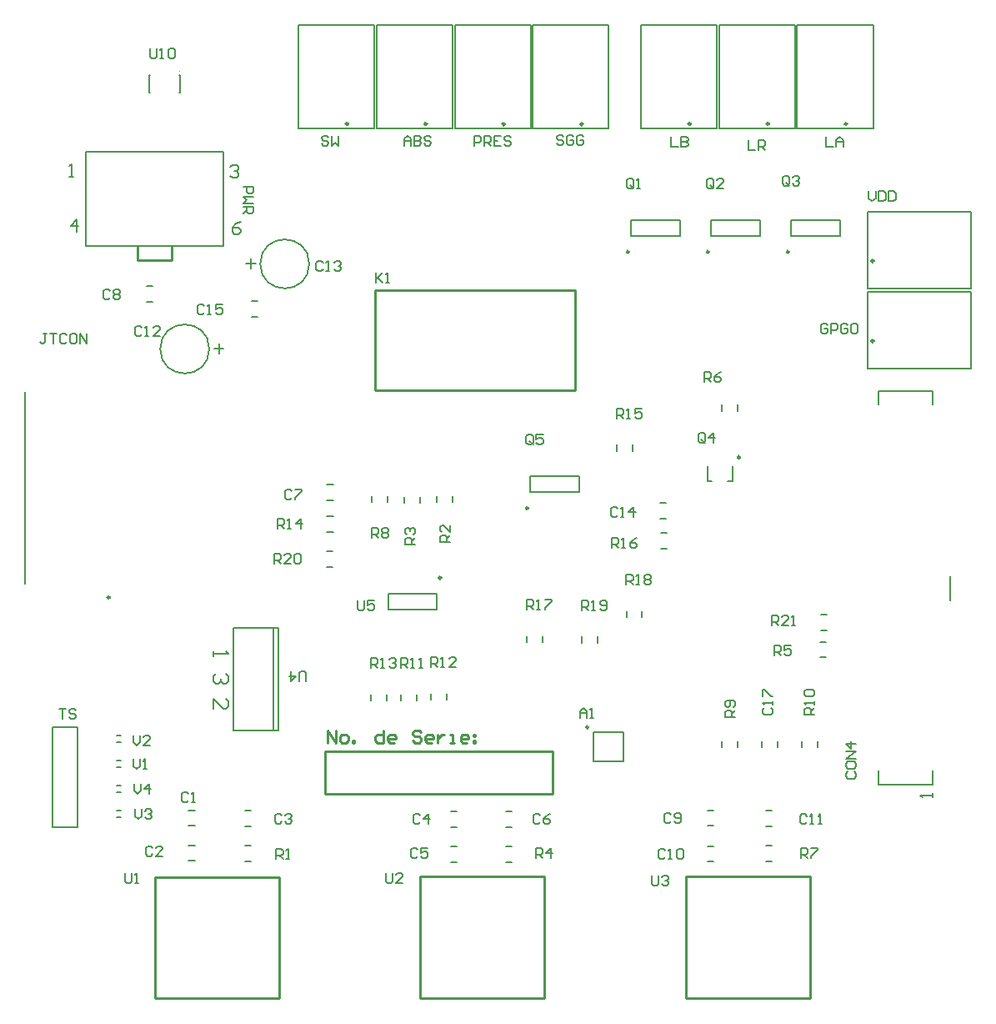
<source format=gto>
%FSLAX23Y23*%
%MOIN*%
G70*
G01*
G75*
G04 Layer_Color=65535*
%ADD10R,0.063X0.071*%
%ADD11R,0.028X0.035*%
%ADD12R,0.047X0.013*%
%ADD13R,0.071X0.063*%
%ADD14R,0.022X0.057*%
%ADD15R,0.022X0.057*%
%ADD16R,0.315X0.138*%
%ADD17R,0.079X0.012*%
%ADD18R,0.130X0.060*%
%ADD19O,0.028X0.098*%
%ADD20R,0.033X0.039*%
%ADD21R,0.033X0.039*%
%ADD22C,0.060*%
%ADD23R,0.118X0.039*%
%ADD24C,0.010*%
%ADD25C,0.012*%
%ADD26C,0.015*%
%ADD27C,0.050*%
%ADD28C,0.020*%
%ADD29C,0.025*%
%ADD30R,0.049X0.049*%
%ADD31C,0.049*%
%ADD32C,0.067*%
%ADD33R,0.067X0.067*%
%ADD34R,0.100X0.100*%
%ADD35C,0.100*%
%ADD36C,0.210*%
%ADD37R,0.059X0.059*%
%ADD38C,0.059*%
%ADD39C,0.047*%
%ADD40C,0.039*%
%ADD41C,0.030*%
%ADD42C,0.029*%
%ADD43C,0.040*%
%ADD44C,0.050*%
%ADD45C,0.008*%
%ADD46C,0.010*%
%ADD47C,0.004*%
%ADD48C,0.007*%
%ADD49C,0.006*%
%ADD50C,0.008*%
D24*
X1588Y3360D02*
G03*
X1588Y3360I-5J0D01*
G01*
X3269Y3360D02*
G03*
X3269Y3360I-5J0D01*
G01*
X2644Y3360D02*
G03*
X2644Y3360I-5J0D01*
G01*
X2957Y3360D02*
G03*
X2957Y3360I-5J0D01*
G01*
X1900Y3359D02*
G03*
X1900Y3359I-5J0D01*
G01*
X2212Y3359D02*
G03*
X2212Y3359I-5J0D01*
G01*
X1274Y3360D02*
G03*
X1274Y3360I-5J0D01*
G01*
X3376Y2812D02*
G03*
X3376Y2812I-5J0D01*
G01*
X3376Y2492D02*
G03*
X3376Y2492I-5J0D01*
G01*
X1382Y2294D02*
X1382Y2694D01*
X2182Y2694D01*
X2182Y2294D02*
X2182Y2694D01*
X1382Y2294D02*
X2182Y2294D01*
X431Y2816D02*
X431Y2871D01*
X569Y2816D02*
X569Y2871D01*
X431Y2816D02*
X569Y2816D01*
X997Y-136D02*
X997Y348D01*
X501Y348D02*
X997Y348D01*
X501Y-136D02*
X501Y348D01*
X501Y-136D02*
X997Y-136D01*
X2058Y-134D02*
X2058Y350D01*
X1562Y350D02*
X2058Y350D01*
X1562Y-134D02*
X1562Y350D01*
X1562Y-134D02*
X2058Y-134D01*
X3120Y-134D02*
X3120Y350D01*
X2624Y350D02*
X3120Y350D01*
X2624Y-134D02*
X2624Y350D01*
X2624Y-134D02*
X3120Y-134D01*
X2090Y681D02*
X2090Y851D01*
X1180Y851D02*
X2090Y851D01*
X1180Y681D02*
X1180Y851D01*
X1180Y681D02*
X2090Y681D01*
X1190Y886D02*
X1190Y936D01*
X1223Y886D01*
X1223Y936D01*
X1248Y886D02*
X1265Y886D01*
X1273Y894D01*
X1273Y911D01*
X1265Y919D01*
X1248Y919D01*
X1240Y911D01*
X1240Y894D01*
X1248Y886D01*
X1290Y886D02*
X1290Y894D01*
X1298Y894D01*
X1298Y886D01*
X1290Y886D01*
X1415Y936D02*
X1415Y886D01*
X1390Y886D01*
X1382Y894D01*
X1382Y911D01*
X1390Y919D01*
X1415Y919D01*
X1457Y886D02*
X1440Y886D01*
X1432Y894D01*
X1432Y911D01*
X1440Y919D01*
X1457Y919D01*
X1465Y911D01*
X1465Y903D01*
X1432Y903D01*
X1565Y928D02*
X1557Y936D01*
X1540Y936D01*
X1532Y928D01*
X1532Y919D01*
X1540Y911D01*
X1557Y911D01*
X1565Y903D01*
X1565Y894D01*
X1557Y886D01*
X1540Y886D01*
X1532Y894D01*
X1607Y886D02*
X1590Y886D01*
X1582Y894D01*
X1582Y911D01*
X1590Y919D01*
X1607Y919D01*
X1615Y911D01*
X1615Y903D01*
X1582Y903D01*
X1632Y919D02*
X1632Y886D01*
X1632Y903D01*
X1640Y911D01*
X1648Y919D01*
X1657Y919D01*
X1682Y886D02*
X1698Y886D01*
X1690Y886D01*
X1690Y919D01*
X1682Y919D01*
X1748Y886D02*
X1731Y886D01*
X1723Y894D01*
X1723Y911D01*
X1731Y919D01*
X1748Y919D01*
X1756Y911D01*
X1756Y903D01*
X1723Y903D01*
X1773Y919D02*
X1781Y919D01*
X1781Y911D01*
X1773Y911D01*
X1773Y919D01*
X1773Y894D02*
X1781Y894D01*
X1781Y886D01*
X1773Y886D01*
X1773Y894D01*
D45*
X718Y2460D02*
G03*
X718Y2460I-98J0D01*
G01*
X1118Y2800D02*
G03*
X1118Y2800I-98J0D01*
G01*
X3163Y1398D02*
X3187Y1398D01*
X3163Y1336D02*
X3187Y1336D01*
X348Y915D02*
X364Y915D01*
X348Y887D02*
X364Y887D01*
X348Y815D02*
X364Y815D01*
X348Y787D02*
X364Y787D01*
X348Y615D02*
X364Y615D01*
X348Y587D02*
X364Y587D01*
X348Y715D02*
X364Y715D01*
X348Y687D02*
X364Y687D01*
X2255Y810D02*
X2373Y810D01*
X2255Y810D02*
X2255Y928D01*
X2373Y928D01*
X2373Y810D02*
X2373Y928D01*
X1485Y1055D02*
X1485Y1079D01*
X1547Y1055D02*
X1547Y1079D01*
X1606Y1057D02*
X1606Y1081D01*
X1668Y1057D02*
X1668Y1081D01*
X1427Y1055D02*
X1427Y1079D01*
X1365Y1055D02*
X1365Y1079D01*
X2051Y1288D02*
X2051Y1312D01*
X1989Y1288D02*
X1989Y1312D01*
X2449Y1389D02*
X2449Y1413D01*
X2387Y1389D02*
X2387Y1413D01*
X2271Y1286D02*
X2271Y1310D01*
X2209Y1286D02*
X2209Y1310D01*
X1560Y1844D02*
X1560Y1868D01*
X1497Y1844D02*
X1497Y1868D01*
X1629Y1848D02*
X1629Y1872D01*
X1691Y1848D02*
X1691Y1872D01*
X974Y935D02*
X974Y1345D01*
X813Y1345D02*
X994Y1345D01*
X813Y935D02*
X813Y1345D01*
X813Y935D02*
X994Y935D01*
X994Y1345D01*
X774Y2873D02*
X774Y3249D01*
X226Y2871D02*
X226Y3249D01*
X226Y3249D02*
X774Y3249D01*
X228Y2871D02*
X774Y2871D01*
X479Y3485D02*
X479Y3555D01*
X601Y3485D02*
X601Y3555D01*
X599Y3485D02*
X601Y3485D01*
X599Y3555D02*
X601Y3555D01*
X479Y3485D02*
X481Y3485D01*
X479Y3555D02*
X481Y3555D01*
X-20Y1520D02*
X-20Y2288D01*
X861Y413D02*
X885Y413D01*
X861Y475D02*
X885Y475D01*
X1904Y409D02*
X1928Y409D01*
X1904Y471D02*
X1928Y471D01*
X3162Y1227D02*
X3186Y1227D01*
X3162Y1289D02*
X3186Y1289D01*
X2945Y412D02*
X2969Y412D01*
X2945Y474D02*
X2969Y474D01*
X1189Y1791D02*
X1213Y1791D01*
X1189Y1729D02*
X1213Y1729D01*
X2349Y2053D02*
X2349Y2077D01*
X2411Y2053D02*
X2411Y2077D01*
X92Y549D02*
X192Y549D01*
X92Y549D02*
X92Y949D01*
X192Y549D02*
X192Y949D01*
X92Y949D02*
X192Y949D01*
X1692Y3341D02*
X1692Y3755D01*
X1388Y3341D02*
X1692Y3341D01*
X1388Y3341D02*
X1388Y3755D01*
X1692Y3755D01*
X3373Y3341D02*
X3373Y3755D01*
X3069Y3341D02*
X3373Y3341D01*
X3069Y3341D02*
X3069Y3755D01*
X3373Y3755D01*
X2748Y3341D02*
X2748Y3755D01*
X2444Y3341D02*
X2748Y3341D01*
X2444Y3341D02*
X2444Y3755D01*
X2748Y3755D01*
X3061Y3341D02*
X3061Y3755D01*
X2757Y3341D02*
X3061Y3341D01*
X2757Y3341D02*
X2757Y3755D01*
X3061Y3755D01*
X2004Y3340D02*
X2004Y3754D01*
X1700Y3340D02*
X2004Y3340D01*
X1700Y3340D02*
X1700Y3754D01*
X2004Y3754D01*
X2316Y3340D02*
X2316Y3754D01*
X2012Y3340D02*
X2316Y3340D01*
X2012Y3340D02*
X2012Y3754D01*
X2316Y3754D01*
X1378Y3341D02*
X1378Y3755D01*
X1074Y3341D02*
X1378Y3341D01*
X1074Y3341D02*
X1074Y3755D01*
X1378Y3755D01*
X3352Y2703D02*
X3766Y2703D01*
X3352Y2703D02*
X3352Y3007D01*
X3766Y3007D01*
X3766Y2703D02*
X3766Y3007D01*
X3352Y2383D02*
X3766Y2383D01*
X3352Y2383D02*
X3352Y2687D01*
X3766Y2687D01*
X3766Y2383D02*
X3766Y2687D01*
X1433Y1418D02*
X1433Y1480D01*
X1629Y1418D02*
X1629Y1480D01*
X1433Y1418D02*
X1629Y1418D01*
X1433Y1480D02*
X1629Y1480D01*
X3151Y868D02*
X3151Y892D01*
X3089Y868D02*
X3089Y892D01*
X2769Y868D02*
X2769Y892D01*
X2831Y868D02*
X2831Y892D01*
X636Y554D02*
X660Y554D01*
X636Y616D02*
X660Y616D01*
X636Y414D02*
X660Y414D01*
X636Y476D02*
X660Y476D01*
X861Y615D02*
X885Y615D01*
X861Y553D02*
X885Y553D01*
X1684Y549D02*
X1708Y549D01*
X1684Y611D02*
X1708Y611D01*
X1684Y409D02*
X1708Y409D01*
X1684Y471D02*
X1708Y471D01*
X1904Y611D02*
X1928Y611D01*
X1904Y549D02*
X1928Y549D01*
X1189Y1919D02*
X1213Y1919D01*
X1189Y1856D02*
X1213Y1856D01*
X468Y2711D02*
X492Y2711D01*
X468Y2649D02*
X492Y2649D01*
X2711Y554D02*
X2735Y554D01*
X2711Y616D02*
X2735Y616D01*
X2711Y410D02*
X2735Y410D01*
X2711Y472D02*
X2735Y472D01*
X2945Y614D02*
X2969Y614D01*
X2945Y552D02*
X2969Y552D01*
X2810Y1933D02*
X2810Y1992D01*
X2710Y1933D02*
X2710Y1992D01*
X2792Y1933D02*
X2810Y1933D01*
X2710Y1933D02*
X2728Y1933D01*
X2769Y2213D02*
X2769Y2237D01*
X2831Y2213D02*
X2831Y2237D01*
X2525Y1662D02*
X2549Y1662D01*
X2525Y1724D02*
X2549Y1724D01*
X2520Y1782D02*
X2544Y1782D01*
X2520Y1844D02*
X2544Y1844D01*
X1431Y1848D02*
X1431Y1872D01*
X1369Y1848D02*
X1369Y1872D01*
X2991Y868D02*
X2991Y892D01*
X2929Y868D02*
X2929Y892D01*
X888Y2651D02*
X912Y2651D01*
X888Y2589D02*
X912Y2589D01*
X1188Y1589D02*
X1212Y1589D01*
X1188Y1651D02*
X1212Y1651D01*
X2405Y2913D02*
X2601Y2913D01*
X2405Y2975D02*
X2601Y2975D01*
X2405Y2913D02*
X2405Y2975D01*
X2601Y2913D02*
X2601Y2975D01*
X2725Y2913D02*
X2921Y2913D01*
X2725Y2975D02*
X2921Y2975D01*
X2725Y2913D02*
X2725Y2975D01*
X2921Y2913D02*
X2921Y2975D01*
X3045Y2913D02*
X3241Y2913D01*
X3045Y2975D02*
X3241Y2975D01*
X3045Y2913D02*
X3045Y2975D01*
X3241Y2913D02*
X3241Y2975D01*
X2002Y1889D02*
X2198Y1889D01*
X2002Y1951D02*
X2198Y1951D01*
X2002Y1889D02*
X2002Y1951D01*
X2198Y1889D02*
X2198Y1951D01*
X3681Y1455D02*
X3681Y1553D01*
X3612Y2239D02*
X3612Y2291D01*
X3396Y2239D02*
X3396Y2291D01*
X3612Y717D02*
X3612Y776D01*
X3396Y717D02*
X3396Y776D01*
X3396Y2291D02*
X3612Y2291D01*
X3396Y717D02*
X3612Y717D01*
D46*
X2235Y948D02*
G03*
X2235Y948I-5J0D01*
G01*
X320Y1466D02*
G03*
X320Y1466I-5J0D01*
G01*
X1646Y1545D02*
G03*
X1646Y1545I-5J0D01*
G01*
X2841Y2027D02*
G03*
X2841Y2027I-5J0D01*
G01*
X2397Y2848D02*
G03*
X2397Y2848I-5J0D01*
G01*
X2717Y2848D02*
G03*
X2717Y2848I-5J0D01*
G01*
X3037Y2848D02*
G03*
X3037Y2848I-5J0D01*
G01*
X1994Y1824D02*
G03*
X1994Y1824I-5J0D01*
G01*
D47*
X602Y3571D02*
G03*
X602Y3571I-2J0D01*
G01*
D48*
X2968Y1356D02*
X2968Y1396D01*
X2988Y1396D01*
X2995Y1389D01*
X2995Y1376D01*
X2988Y1369D01*
X2968Y1369D01*
X2981Y1369D02*
X2995Y1356D01*
X3035Y1356D02*
X3008Y1356D01*
X3035Y1383D01*
X3035Y1389D01*
X3028Y1396D01*
X3015Y1396D01*
X3008Y1389D01*
X3048Y1356D02*
X3061Y1356D01*
X3055Y1356D01*
X3055Y1396D01*
X3048Y1389D01*
X418Y722D02*
X418Y695D01*
X431Y682D01*
X445Y695D01*
X445Y722D01*
X478Y682D02*
X478Y722D01*
X458Y702D01*
X485Y702D01*
X422Y620D02*
X422Y593D01*
X435Y580D01*
X449Y593D01*
X449Y620D01*
X462Y613D02*
X469Y620D01*
X482Y620D01*
X489Y613D01*
X489Y607D01*
X482Y600D01*
X475Y600D01*
X482Y600D01*
X489Y593D01*
X489Y587D01*
X482Y580D01*
X469Y580D01*
X462Y587D01*
X415Y915D02*
X415Y888D01*
X428Y875D01*
X442Y888D01*
X442Y915D01*
X482Y875D02*
X455Y875D01*
X482Y902D01*
X482Y908D01*
X475Y915D01*
X462Y915D01*
X455Y908D01*
X415Y820D02*
X415Y793D01*
X428Y780D01*
X442Y793D01*
X442Y820D01*
X455Y780D02*
X468Y780D01*
X462Y780D01*
X462Y820D01*
X455Y813D01*
X1312Y1456D02*
X1312Y1423D01*
X1319Y1416D01*
X1332Y1416D01*
X1339Y1423D01*
X1339Y1456D01*
X1379Y1456D02*
X1352Y1456D01*
X1352Y1436D01*
X1365Y1443D01*
X1372Y1443D01*
X1379Y1436D01*
X1379Y1423D01*
X1372Y1416D01*
X1359Y1416D01*
X1352Y1423D01*
X2208Y1416D02*
X2208Y1456D01*
X2228Y1456D01*
X2235Y1449D01*
X2235Y1436D01*
X2228Y1429D01*
X2208Y1429D01*
X2221Y1429D02*
X2235Y1416D01*
X2248Y1416D02*
X2261Y1416D01*
X2255Y1416D01*
X2255Y1456D01*
X2248Y1449D01*
X2281Y1423D02*
X2288Y1416D01*
X2301Y1416D01*
X2308Y1423D01*
X2308Y1449D01*
X2301Y1456D01*
X2288Y1456D01*
X2281Y1449D01*
X2281Y1443D01*
X2288Y1436D01*
X2308Y1436D01*
X2386Y1519D02*
X2386Y1559D01*
X2406Y1559D01*
X2413Y1552D01*
X2413Y1539D01*
X2406Y1532D01*
X2386Y1532D01*
X2399Y1532D02*
X2413Y1519D01*
X2426Y1519D02*
X2439Y1519D01*
X2433Y1519D01*
X2433Y1559D01*
X2426Y1552D01*
X2459Y1552D02*
X2466Y1559D01*
X2479Y1559D01*
X2486Y1552D01*
X2486Y1546D01*
X2479Y1539D01*
X2486Y1532D01*
X2486Y1526D01*
X2479Y1519D01*
X2466Y1519D01*
X2459Y1526D01*
X2459Y1532D01*
X2466Y1539D01*
X2459Y1546D01*
X2459Y1552D01*
X2466Y1539D02*
X2479Y1539D01*
X1988Y1418D02*
X1988Y1458D01*
X2008Y1458D01*
X2015Y1451D01*
X2015Y1438D01*
X2008Y1431D01*
X1988Y1431D01*
X2001Y1431D02*
X2015Y1418D01*
X2028Y1418D02*
X2041Y1418D01*
X2035Y1418D01*
X2035Y1458D01*
X2028Y1451D01*
X2061Y1458D02*
X2088Y1458D01*
X2088Y1451D01*
X2061Y1425D01*
X2061Y1418D01*
X1364Y1185D02*
X1364Y1225D01*
X1384Y1225D01*
X1391Y1218D01*
X1391Y1205D01*
X1384Y1198D01*
X1364Y1198D01*
X1377Y1198D02*
X1391Y1185D01*
X1404Y1185D02*
X1417Y1185D01*
X1411Y1185D01*
X1411Y1225D01*
X1404Y1218D01*
X1437Y1218D02*
X1444Y1225D01*
X1457Y1225D01*
X1464Y1218D01*
X1464Y1212D01*
X1457Y1205D01*
X1451Y1205D01*
X1457Y1205D01*
X1464Y1198D01*
X1464Y1192D01*
X1457Y1185D01*
X1444Y1185D01*
X1437Y1192D01*
X1605Y1187D02*
X1605Y1227D01*
X1625Y1227D01*
X1632Y1220D01*
X1632Y1207D01*
X1625Y1200D01*
X1605Y1200D01*
X1618Y1200D02*
X1632Y1187D01*
X1645Y1187D02*
X1658Y1187D01*
X1652Y1187D01*
X1652Y1227D01*
X1645Y1220D01*
X1705Y1187D02*
X1678Y1187D01*
X1705Y1214D01*
X1705Y1220D01*
X1698Y1227D01*
X1685Y1227D01*
X1678Y1220D01*
X1484Y1185D02*
X1484Y1225D01*
X1504Y1225D01*
X1511Y1218D01*
X1511Y1205D01*
X1504Y1198D01*
X1484Y1198D01*
X1497Y1198D02*
X1511Y1185D01*
X1524Y1185D02*
X1537Y1185D01*
X1531Y1185D01*
X1531Y1225D01*
X1524Y1218D01*
X1557Y1185D02*
X1571Y1185D01*
X1564Y1185D01*
X1564Y1225D01*
X1557Y1218D01*
X3139Y999D02*
X3099Y999D01*
X3099Y1019D01*
X3106Y1026D01*
X3119Y1026D01*
X3126Y1019D01*
X3126Y999D01*
X3126Y1012D02*
X3139Y1026D01*
X3139Y1039D02*
X3139Y1052D01*
X3139Y1046D01*
X3099Y1046D01*
X3106Y1039D01*
X3106Y1072D02*
X3099Y1079D01*
X3099Y1092D01*
X3106Y1099D01*
X3132Y1099D01*
X3139Y1092D01*
X3139Y1079D01*
X3132Y1072D01*
X3106Y1072D01*
X2822Y989D02*
X2782Y989D01*
X2782Y1009D01*
X2789Y1016D01*
X2802Y1016D01*
X2809Y1009D01*
X2809Y989D01*
X2809Y1002D02*
X2822Y1016D01*
X2815Y1029D02*
X2822Y1036D01*
X2822Y1049D01*
X2815Y1056D01*
X2789Y1056D01*
X2782Y1049D01*
X2782Y1036D01*
X2789Y1029D01*
X2795Y1029D01*
X2802Y1036D01*
X2802Y1056D01*
X1367Y1706D02*
X1367Y1746D01*
X1387Y1746D01*
X1394Y1739D01*
X1394Y1726D01*
X1387Y1719D01*
X1367Y1719D01*
X1380Y1719D02*
X1394Y1706D01*
X1407Y1739D02*
X1414Y1746D01*
X1427Y1746D01*
X1434Y1739D01*
X1434Y1733D01*
X1427Y1726D01*
X1434Y1719D01*
X1434Y1713D01*
X1427Y1706D01*
X1414Y1706D01*
X1407Y1713D01*
X1407Y1719D01*
X1414Y1726D01*
X1407Y1733D01*
X1407Y1739D01*
X1414Y1726D02*
X1427Y1726D01*
X2697Y2328D02*
X2697Y2368D01*
X2717Y2368D01*
X2724Y2361D01*
X2724Y2348D01*
X2717Y2341D01*
X2697Y2341D01*
X2710Y2341D02*
X2724Y2328D01*
X2764Y2368D02*
X2750Y2361D01*
X2737Y2348D01*
X2737Y2335D01*
X2744Y2328D01*
X2757Y2328D01*
X2764Y2335D01*
X2764Y2341D01*
X2757Y2348D01*
X2737Y2348D01*
X2700Y2091D02*
X2700Y2117D01*
X2693Y2124D01*
X2680Y2124D01*
X2673Y2117D01*
X2673Y2091D01*
X2680Y2084D01*
X2693Y2084D01*
X2686Y2097D02*
X2700Y2084D01*
X2693Y2084D02*
X2700Y2091D01*
X2733Y2084D02*
X2733Y2124D01*
X2713Y2104D01*
X2740Y2104D01*
X3192Y2555D02*
X3185Y2562D01*
X3172Y2562D01*
X3165Y2555D01*
X3165Y2529D01*
X3172Y2522D01*
X3185Y2522D01*
X3192Y2529D01*
X3192Y2542D01*
X3178Y2542D01*
X3205Y2522D02*
X3205Y2562D01*
X3225Y2562D01*
X3232Y2555D01*
X3232Y2542D01*
X3225Y2535D01*
X3205Y2535D01*
X3272Y2555D02*
X3265Y2562D01*
X3252Y2562D01*
X3245Y2555D01*
X3245Y2529D01*
X3252Y2522D01*
X3265Y2522D01*
X3272Y2529D01*
X3272Y2542D01*
X3258Y2542D01*
X3285Y2555D02*
X3292Y2562D01*
X3305Y2562D01*
X3312Y2555D01*
X3312Y2529D01*
X3305Y2522D01*
X3292Y2522D01*
X3285Y2529D01*
X3285Y2555D01*
X3271Y770D02*
X3264Y763D01*
X3264Y750D01*
X3271Y743D01*
X3297Y743D01*
X3304Y750D01*
X3304Y763D01*
X3297Y770D01*
X3264Y803D02*
X3264Y790D01*
X3271Y783D01*
X3297Y783D01*
X3304Y790D01*
X3304Y803D01*
X3297Y810D01*
X3271Y810D01*
X3264Y803D01*
X3304Y823D02*
X3264Y823D01*
X3304Y850D01*
X3264Y850D01*
X3304Y883D02*
X3264Y883D01*
X3284Y863D01*
X3284Y890D01*
X2939Y1025D02*
X2932Y1018D01*
X2932Y1005D01*
X2939Y998D01*
X2965Y998D01*
X2972Y1005D01*
X2972Y1018D01*
X2965Y1025D01*
X2972Y1038D02*
X2972Y1051D01*
X2972Y1045D01*
X2932Y1045D01*
X2939Y1038D01*
X2932Y1071D02*
X2932Y1098D01*
X2939Y1098D01*
X2965Y1071D01*
X2972Y1071D01*
X2201Y985D02*
X2201Y1012D01*
X2214Y1025D01*
X2228Y1012D01*
X2228Y985D01*
X2228Y1005D01*
X2201Y1005D01*
X2241Y985D02*
X2254Y985D01*
X2248Y985D01*
X2248Y1025D01*
X2241Y1018D01*
X699Y2631D02*
X692Y2638D01*
X679Y2638D01*
X672Y2631D01*
X672Y2605D01*
X679Y2598D01*
X692Y2598D01*
X699Y2605D01*
X712Y2598D02*
X725Y2598D01*
X719Y2598D01*
X719Y2638D01*
X712Y2631D01*
X772Y2638D02*
X745Y2638D01*
X745Y2618D01*
X759Y2625D01*
X765Y2625D01*
X772Y2618D01*
X772Y2605D01*
X765Y2598D01*
X752Y2598D01*
X745Y2605D01*
X68Y2521D02*
X54Y2521D01*
X61Y2521D01*
X61Y2488D01*
X54Y2481D01*
X48Y2481D01*
X41Y2488D01*
X81Y2521D02*
X108Y2521D01*
X94Y2521D01*
X94Y2481D01*
X148Y2514D02*
X141Y2521D01*
X128Y2521D01*
X121Y2514D01*
X121Y2488D01*
X128Y2481D01*
X141Y2481D01*
X148Y2488D01*
X181Y2521D02*
X168Y2521D01*
X161Y2514D01*
X161Y2488D01*
X168Y2481D01*
X181Y2481D01*
X188Y2488D01*
X188Y2514D01*
X181Y2521D01*
X201Y2481D02*
X201Y2521D01*
X228Y2481D01*
X228Y2521D01*
X2489Y354D02*
X2489Y321D01*
X2496Y314D01*
X2509Y314D01*
X2516Y321D01*
X2516Y354D01*
X2529Y347D02*
X2536Y354D01*
X2549Y354D01*
X2556Y347D01*
X2556Y341D01*
X2549Y334D01*
X2542Y334D01*
X2549Y334D01*
X2556Y327D01*
X2556Y321D01*
X2549Y314D01*
X2536Y314D01*
X2529Y321D01*
X1425Y364D02*
X1425Y331D01*
X1432Y324D01*
X1445Y324D01*
X1452Y331D01*
X1452Y364D01*
X1492Y324D02*
X1465Y324D01*
X1492Y351D01*
X1492Y357D01*
X1485Y364D01*
X1472Y364D01*
X1465Y357D01*
X381Y364D02*
X381Y331D01*
X388Y324D01*
X401Y324D01*
X408Y331D01*
X408Y364D01*
X421Y324D02*
X434Y324D01*
X428Y324D01*
X428Y364D01*
X421Y357D01*
X856Y3107D02*
X896Y3107D01*
X896Y3087D01*
X889Y3080D01*
X876Y3080D01*
X869Y3087D01*
X869Y3107D01*
X896Y3067D02*
X856Y3067D01*
X869Y3054D01*
X856Y3040D01*
X896Y3040D01*
X856Y3027D02*
X896Y3027D01*
X896Y3007D01*
X889Y3000D01*
X876Y3000D01*
X869Y3007D01*
X869Y3027D01*
X869Y3014D02*
X856Y3000D01*
X636Y682D02*
X629Y689D01*
X616Y689D01*
X609Y682D01*
X609Y656D01*
X616Y649D01*
X629Y649D01*
X636Y656D01*
X649Y649D02*
X662Y649D01*
X656Y649D01*
X656Y689D01*
X649Y682D01*
X491Y466D02*
X484Y473D01*
X471Y473D01*
X464Y466D01*
X464Y440D01*
X471Y433D01*
X484Y433D01*
X491Y440D01*
X531Y433D02*
X504Y433D01*
X531Y460D01*
X531Y466D01*
X524Y473D01*
X511Y473D01*
X504Y466D01*
X1007Y596D02*
X1000Y603D01*
X987Y603D01*
X980Y596D01*
X980Y570D01*
X987Y563D01*
X1000Y563D01*
X1007Y570D01*
X1020Y596D02*
X1027Y603D01*
X1040Y603D01*
X1047Y596D01*
X1047Y590D01*
X1040Y583D01*
X1033Y583D01*
X1040Y583D01*
X1047Y576D01*
X1047Y570D01*
X1040Y563D01*
X1027Y563D01*
X1020Y570D01*
X1560Y595D02*
X1553Y602D01*
X1540Y602D01*
X1533Y595D01*
X1533Y569D01*
X1540Y562D01*
X1553Y562D01*
X1560Y569D01*
X1593Y562D02*
X1593Y602D01*
X1573Y582D01*
X1600Y582D01*
X1551Y457D02*
X1544Y464D01*
X1531Y464D01*
X1524Y457D01*
X1524Y431D01*
X1531Y424D01*
X1544Y424D01*
X1551Y431D01*
X1591Y464D02*
X1564Y464D01*
X1564Y444D01*
X1577Y451D01*
X1584Y451D01*
X1591Y444D01*
X1591Y431D01*
X1584Y424D01*
X1571Y424D01*
X1564Y431D01*
X2041Y595D02*
X2034Y602D01*
X2021Y602D01*
X2014Y595D01*
X2014Y569D01*
X2021Y562D01*
X2034Y562D01*
X2041Y569D01*
X2081Y602D02*
X2067Y595D01*
X2054Y582D01*
X2054Y569D01*
X2061Y562D01*
X2074Y562D01*
X2081Y569D01*
X2081Y575D01*
X2074Y582D01*
X2054Y582D01*
X1049Y1891D02*
X1042Y1898D01*
X1029Y1898D01*
X1022Y1891D01*
X1022Y1865D01*
X1029Y1858D01*
X1042Y1858D01*
X1049Y1865D01*
X1062Y1898D02*
X1089Y1898D01*
X1089Y1891D01*
X1062Y1865D01*
X1062Y1858D01*
X321Y2690D02*
X314Y2697D01*
X301Y2697D01*
X294Y2690D01*
X294Y2664D01*
X301Y2657D01*
X314Y2657D01*
X321Y2664D01*
X334Y2690D02*
X341Y2697D01*
X354Y2697D01*
X361Y2690D01*
X361Y2684D01*
X354Y2677D01*
X361Y2670D01*
X361Y2664D01*
X354Y2657D01*
X341Y2657D01*
X334Y2664D01*
X334Y2670D01*
X341Y2677D01*
X334Y2684D01*
X334Y2690D01*
X341Y2677D02*
X354Y2677D01*
X2565Y599D02*
X2558Y606D01*
X2545Y606D01*
X2538Y599D01*
X2538Y573D01*
X2545Y566D01*
X2558Y566D01*
X2565Y573D01*
X2578Y573D02*
X2585Y566D01*
X2598Y566D01*
X2605Y573D01*
X2605Y599D01*
X2598Y606D01*
X2585Y606D01*
X2578Y599D01*
X2578Y593D01*
X2585Y586D01*
X2605Y586D01*
X2541Y454D02*
X2534Y461D01*
X2521Y461D01*
X2514Y454D01*
X2514Y428D01*
X2521Y421D01*
X2534Y421D01*
X2541Y428D01*
X2554Y421D02*
X2567Y421D01*
X2561Y421D01*
X2561Y461D01*
X2554Y454D01*
X2587Y454D02*
X2594Y461D01*
X2607Y461D01*
X2614Y454D01*
X2614Y428D01*
X2607Y421D01*
X2594Y421D01*
X2587Y428D01*
X2587Y454D01*
X3107Y593D02*
X3100Y600D01*
X3087Y600D01*
X3080Y593D01*
X3080Y567D01*
X3087Y560D01*
X3100Y560D01*
X3107Y567D01*
X3120Y560D02*
X3133Y560D01*
X3127Y560D01*
X3127Y600D01*
X3120Y593D01*
X3153Y560D02*
X3167Y560D01*
X3160Y560D01*
X3160Y600D01*
X3153Y593D01*
X3356Y3090D02*
X3356Y3063D01*
X3369Y3050D01*
X3383Y3063D01*
X3383Y3090D01*
X3396Y3090D02*
X3396Y3050D01*
X3416Y3050D01*
X3423Y3057D01*
X3423Y3083D01*
X3416Y3090D01*
X3396Y3090D01*
X3436Y3090D02*
X3436Y3050D01*
X3456Y3050D01*
X3463Y3057D01*
X3463Y3083D01*
X3456Y3090D01*
X3436Y3090D01*
X2566Y3307D02*
X2566Y3267D01*
X2593Y3267D01*
X2606Y3307D02*
X2606Y3267D01*
X2626Y3267D01*
X2633Y3274D01*
X2633Y3280D01*
X2626Y3287D01*
X2606Y3287D01*
X2626Y3287D01*
X2633Y3294D01*
X2633Y3300D01*
X2626Y3307D01*
X2606Y3307D01*
X2874Y3296D02*
X2874Y3256D01*
X2901Y3256D01*
X2914Y3256D02*
X2914Y3296D01*
X2934Y3296D01*
X2941Y3289D01*
X2941Y3276D01*
X2934Y3269D01*
X2914Y3269D01*
X2927Y3269D02*
X2941Y3256D01*
X3186Y3307D02*
X3186Y3267D01*
X3213Y3267D01*
X3226Y3267D02*
X3226Y3294D01*
X3239Y3307D01*
X3253Y3294D01*
X3253Y3267D01*
X3253Y3287D01*
X3226Y3287D01*
X2416Y3109D02*
X2416Y3135D01*
X2409Y3142D01*
X2396Y3142D01*
X2389Y3135D01*
X2389Y3109D01*
X2396Y3102D01*
X2409Y3102D01*
X2402Y3115D02*
X2416Y3102D01*
X2409Y3102D02*
X2416Y3109D01*
X2429Y3102D02*
X2442Y3102D01*
X2436Y3102D01*
X2436Y3142D01*
X2429Y3135D01*
X2736Y3109D02*
X2736Y3135D01*
X2729Y3142D01*
X2716Y3142D01*
X2709Y3135D01*
X2709Y3109D01*
X2716Y3102D01*
X2729Y3102D01*
X2722Y3115D02*
X2736Y3102D01*
X2729Y3102D02*
X2736Y3109D01*
X2776Y3102D02*
X2749Y3102D01*
X2776Y3129D01*
X2776Y3135D01*
X2769Y3142D01*
X2756Y3142D01*
X2749Y3135D01*
X3039Y3120D02*
X3039Y3146D01*
X3032Y3153D01*
X3019Y3153D01*
X3012Y3146D01*
X3012Y3120D01*
X3019Y3113D01*
X3032Y3113D01*
X3025Y3126D02*
X3039Y3113D01*
X3032Y3113D02*
X3039Y3120D01*
X3052Y3146D02*
X3059Y3153D01*
X3072Y3153D01*
X3079Y3146D01*
X3079Y3140D01*
X3072Y3133D01*
X3065Y3133D01*
X3072Y3133D01*
X3079Y3126D01*
X3079Y3120D01*
X3072Y3113D01*
X3059Y3113D01*
X3052Y3120D01*
X986Y422D02*
X986Y462D01*
X1006Y462D01*
X1013Y455D01*
X1013Y442D01*
X1006Y435D01*
X986Y435D01*
X999Y435D02*
X1013Y422D01*
X1026Y422D02*
X1039Y422D01*
X1033Y422D01*
X1033Y462D01*
X1026Y455D01*
X1680Y1688D02*
X1640Y1688D01*
X1640Y1708D01*
X1647Y1715D01*
X1660Y1715D01*
X1667Y1708D01*
X1667Y1688D01*
X1667Y1701D02*
X1680Y1715D01*
X1680Y1755D02*
X1680Y1728D01*
X1653Y1755D01*
X1647Y1755D01*
X1640Y1748D01*
X1640Y1735D01*
X1647Y1728D01*
X2025Y425D02*
X2025Y465D01*
X2045Y465D01*
X2052Y458D01*
X2052Y445D01*
X2045Y438D01*
X2025Y438D01*
X2038Y438D02*
X2052Y425D01*
X2085Y425D02*
X2085Y465D01*
X2065Y445D01*
X2092Y445D01*
X2978Y1235D02*
X2978Y1275D01*
X2998Y1275D01*
X3005Y1268D01*
X3005Y1255D01*
X2998Y1248D01*
X2978Y1248D01*
X2991Y1248D02*
X3005Y1235D01*
X3045Y1275D02*
X3018Y1275D01*
X3018Y1255D01*
X3031Y1262D01*
X3038Y1262D01*
X3045Y1255D01*
X3045Y1242D01*
X3038Y1235D01*
X3025Y1235D01*
X3018Y1242D01*
X3083Y426D02*
X3083Y466D01*
X3103Y466D01*
X3110Y459D01*
X3110Y446D01*
X3103Y439D01*
X3083Y439D01*
X3096Y439D02*
X3110Y426D01*
X3123Y466D02*
X3150Y466D01*
X3150Y459D01*
X3123Y433D01*
X3123Y426D01*
X1194Y3306D02*
X1187Y3313D01*
X1174Y3313D01*
X1167Y3306D01*
X1167Y3300D01*
X1174Y3293D01*
X1187Y3293D01*
X1194Y3286D01*
X1194Y3280D01*
X1187Y3273D01*
X1174Y3273D01*
X1167Y3280D01*
X1207Y3313D02*
X1207Y3273D01*
X1220Y3286D01*
X1234Y3273D01*
X1234Y3313D01*
X117Y1021D02*
X144Y1021D01*
X130Y1021D01*
X130Y981D01*
X184Y1014D02*
X177Y1021D01*
X164Y1021D01*
X157Y1014D01*
X157Y1008D01*
X164Y1001D01*
X177Y1001D01*
X184Y994D01*
X184Y988D01*
X177Y981D01*
X164Y981D01*
X157Y988D01*
X1498Y3273D02*
X1498Y3300D01*
X1511Y3313D01*
X1525Y3300D01*
X1525Y3273D01*
X1525Y3293D01*
X1498Y3293D01*
X1538Y3313D02*
X1538Y3273D01*
X1558Y3273D01*
X1565Y3280D01*
X1565Y3286D01*
X1558Y3293D01*
X1538Y3293D01*
X1558Y3293D01*
X1565Y3300D01*
X1565Y3306D01*
X1558Y3313D01*
X1538Y3313D01*
X1605Y3306D02*
X1598Y3313D01*
X1585Y3313D01*
X1578Y3306D01*
X1578Y3300D01*
X1585Y3293D01*
X1598Y3293D01*
X1605Y3286D01*
X1605Y3280D01*
X1598Y3273D01*
X1585Y3273D01*
X1578Y3280D01*
X1173Y2804D02*
X1166Y2811D01*
X1153Y2811D01*
X1146Y2804D01*
X1146Y2778D01*
X1153Y2771D01*
X1166Y2771D01*
X1173Y2778D01*
X1186Y2771D02*
X1199Y2771D01*
X1193Y2771D01*
X1193Y2811D01*
X1186Y2804D01*
X1219Y2804D02*
X1226Y2811D01*
X1239Y2811D01*
X1246Y2804D01*
X1246Y2798D01*
X1239Y2791D01*
X1233Y2791D01*
X1239Y2791D01*
X1246Y2784D01*
X1246Y2778D01*
X1239Y2771D01*
X1226Y2771D01*
X1219Y2778D01*
X448Y2545D02*
X441Y2552D01*
X428Y2552D01*
X421Y2545D01*
X421Y2519D01*
X428Y2512D01*
X441Y2512D01*
X448Y2519D01*
X461Y2512D02*
X474Y2512D01*
X468Y2512D01*
X468Y2552D01*
X461Y2545D01*
X521Y2512D02*
X494Y2512D01*
X521Y2539D01*
X521Y2545D01*
X514Y2552D01*
X501Y2552D01*
X494Y2545D01*
X1384Y2766D02*
X1384Y2726D01*
X1384Y2739D01*
X1411Y2766D01*
X1391Y2746D01*
X1411Y2726D01*
X1424Y2726D02*
X1437Y2726D01*
X1431Y2726D01*
X1431Y2766D01*
X1424Y2759D01*
X1777Y3271D02*
X1777Y3311D01*
X1797Y3311D01*
X1804Y3304D01*
X1804Y3291D01*
X1797Y3284D01*
X1777Y3284D01*
X1817Y3271D02*
X1817Y3311D01*
X1837Y3311D01*
X1844Y3304D01*
X1844Y3291D01*
X1837Y3284D01*
X1817Y3284D01*
X1830Y3284D02*
X1844Y3271D01*
X1884Y3311D02*
X1857Y3311D01*
X1857Y3271D01*
X1884Y3271D01*
X1857Y3291D02*
X1870Y3291D01*
X1924Y3304D02*
X1917Y3311D01*
X1904Y3311D01*
X1897Y3304D01*
X1897Y3298D01*
X1904Y3291D01*
X1917Y3291D01*
X1924Y3284D01*
X1924Y3278D01*
X1917Y3271D01*
X1904Y3271D01*
X1897Y3278D01*
X2348Y2182D02*
X2348Y2222D01*
X2368Y2222D01*
X2375Y2215D01*
X2375Y2202D01*
X2368Y2195D01*
X2348Y2195D01*
X2361Y2195D02*
X2375Y2182D01*
X2388Y2182D02*
X2401Y2182D01*
X2395Y2182D01*
X2395Y2222D01*
X2388Y2215D01*
X2448Y2222D02*
X2421Y2222D01*
X2421Y2202D01*
X2435Y2209D01*
X2441Y2209D01*
X2448Y2202D01*
X2448Y2189D01*
X2441Y2182D01*
X2428Y2182D01*
X2421Y2189D01*
X991Y1741D02*
X991Y1781D01*
X1011Y1781D01*
X1018Y1774D01*
X1018Y1761D01*
X1011Y1754D01*
X991Y1754D01*
X1004Y1754D02*
X1018Y1741D01*
X1031Y1741D02*
X1044Y1741D01*
X1038Y1741D01*
X1038Y1781D01*
X1031Y1774D01*
X1084Y1741D02*
X1084Y1781D01*
X1064Y1761D01*
X1091Y1761D01*
X2329Y1664D02*
X2329Y1704D01*
X2349Y1704D01*
X2356Y1697D01*
X2356Y1684D01*
X2349Y1677D01*
X2329Y1677D01*
X2342Y1677D02*
X2356Y1664D01*
X2369Y1664D02*
X2382Y1664D01*
X2376Y1664D01*
X2376Y1704D01*
X2369Y1697D01*
X2429Y1704D02*
X2416Y1697D01*
X2402Y1684D01*
X2402Y1671D01*
X2409Y1664D01*
X2422Y1664D01*
X2429Y1671D01*
X2429Y1677D01*
X2422Y1684D01*
X2402Y1684D01*
X2134Y3309D02*
X2127Y3316D01*
X2114Y3316D01*
X2107Y3309D01*
X2107Y3303D01*
X2114Y3296D01*
X2127Y3296D01*
X2134Y3289D01*
X2134Y3283D01*
X2127Y3276D01*
X2114Y3276D01*
X2107Y3283D01*
X2174Y3309D02*
X2167Y3316D01*
X2154Y3316D01*
X2147Y3309D01*
X2147Y3283D01*
X2154Y3276D01*
X2167Y3276D01*
X2174Y3283D01*
X2174Y3296D01*
X2160Y3296D01*
X2214Y3309D02*
X2207Y3316D01*
X2194Y3316D01*
X2187Y3309D01*
X2187Y3283D01*
X2194Y3276D01*
X2207Y3276D01*
X2214Y3283D01*
X2214Y3296D01*
X2200Y3296D01*
X1106Y1133D02*
X1106Y1166D01*
X1099Y1173D01*
X1086Y1173D01*
X1079Y1166D01*
X1079Y1133D01*
X1046Y1173D02*
X1046Y1133D01*
X1066Y1153D01*
X1039Y1153D01*
X2350Y1822D02*
X2343Y1829D01*
X2330Y1829D01*
X2323Y1822D01*
X2323Y1796D01*
X2330Y1789D01*
X2343Y1789D01*
X2350Y1796D01*
X2363Y1789D02*
X2376Y1789D01*
X2370Y1789D01*
X2370Y1829D01*
X2363Y1822D01*
X2416Y1789D02*
X2416Y1829D01*
X2396Y1809D01*
X2423Y1809D01*
X2013Y2085D02*
X2013Y2111D01*
X2006Y2118D01*
X1993Y2118D01*
X1986Y2111D01*
X1986Y2085D01*
X1993Y2078D01*
X2006Y2078D01*
X1999Y2091D02*
X2013Y2078D01*
X2006Y2078D02*
X2013Y2085D01*
X2053Y2118D02*
X2026Y2118D01*
X2026Y2098D01*
X2039Y2105D01*
X2046Y2105D01*
X2053Y2098D01*
X2053Y2085D01*
X2046Y2078D01*
X2033Y2078D01*
X2026Y2085D01*
X1542Y1678D02*
X1502Y1678D01*
X1502Y1698D01*
X1509Y1705D01*
X1522Y1705D01*
X1529Y1698D01*
X1529Y1678D01*
X1529Y1691D02*
X1542Y1705D01*
X1509Y1718D02*
X1502Y1725D01*
X1502Y1738D01*
X1509Y1745D01*
X1516Y1745D01*
X1522Y1738D01*
X1522Y1731D01*
X1522Y1738D01*
X1529Y1745D01*
X1536Y1745D01*
X1542Y1738D01*
X1542Y1725D01*
X1536Y1718D01*
X482Y3662D02*
X482Y3628D01*
X489Y3622D01*
X502Y3622D01*
X509Y3628D01*
X509Y3662D01*
X522Y3622D02*
X535Y3622D01*
X529Y3622D01*
X529Y3662D01*
X522Y3655D01*
X555Y3655D02*
X562Y3662D01*
X575Y3662D01*
X582Y3655D01*
X582Y3628D01*
X575Y3622D01*
X562Y3622D01*
X555Y3628D01*
X555Y3655D01*
X978Y1601D02*
X978Y1641D01*
X998Y1641D01*
X1005Y1634D01*
X1005Y1621D01*
X998Y1614D01*
X978Y1614D01*
X991Y1614D02*
X1005Y1601D01*
X1045Y1601D02*
X1018Y1601D01*
X1045Y1628D01*
X1045Y1634D01*
X1038Y1641D01*
X1025Y1641D01*
X1018Y1634D01*
X1058Y1634D02*
X1065Y1641D01*
X1078Y1641D01*
X1085Y1634D01*
X1085Y1608D01*
X1078Y1601D01*
X1065Y1601D01*
X1058Y1608D01*
X1058Y1634D01*
D49*
X776Y2460D02*
X737Y2460D01*
X757Y2440D02*
X757Y2480D01*
X864Y2800D02*
X903Y2800D01*
X883Y2820D02*
X883Y2780D01*
X735Y1250D02*
X735Y1230D01*
X735Y1240D01*
X794Y1240D01*
X785Y1250D01*
X735Y1020D02*
X735Y1060D01*
X775Y1020D01*
X785Y1020D01*
X794Y1030D01*
X794Y1050D01*
X785Y1060D01*
X785Y1160D02*
X794Y1150D01*
X794Y1130D01*
X785Y1120D01*
X775Y1120D01*
X765Y1130D01*
X765Y1140D01*
X765Y1130D01*
X755Y1120D01*
X745Y1120D01*
X735Y1130D01*
X735Y1150D01*
X745Y1160D01*
D50*
X802Y3187D02*
X810Y3195D01*
X827Y3195D01*
X835Y3187D01*
X835Y3178D01*
X827Y3170D01*
X818Y3170D01*
X827Y3170D01*
X835Y3162D01*
X835Y3153D01*
X827Y3145D01*
X810Y3145D01*
X802Y3153D01*
X843Y2969D02*
X826Y2961D01*
X810Y2944D01*
X810Y2927D01*
X818Y2919D01*
X835Y2919D01*
X843Y2927D01*
X843Y2936D01*
X835Y2944D01*
X810Y2944D01*
X158Y3149D02*
X175Y3149D01*
X167Y3149D01*
X167Y3199D01*
X158Y3191D01*
X188Y2927D02*
X188Y2977D01*
X163Y2952D01*
X196Y2952D01*
X3612Y667D02*
X3612Y684D01*
X3612Y676D01*
X3562Y676D01*
X3571Y667D01*
M02*

</source>
